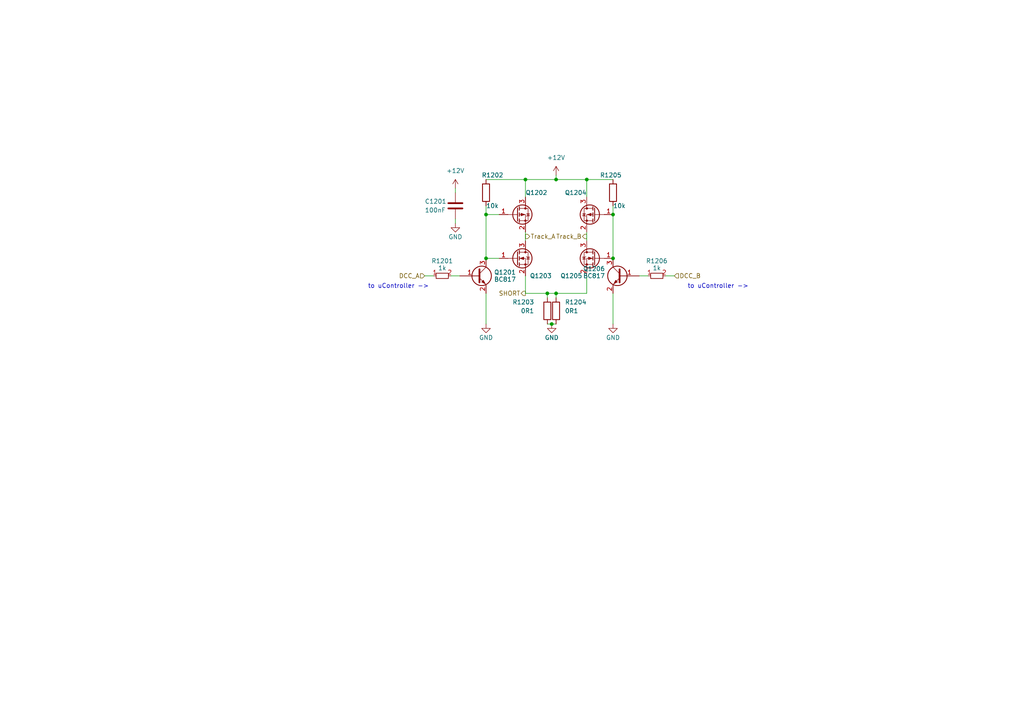
<source format=kicad_sch>
(kicad_sch (version 20230121) (generator eeschema)
  (paper "A4")
  (lib_symbols
    (symbol "Device:C" (pin_numbers hide) (pin_names (offset 0.254))
      (property "Reference" "C" (at 0.635 2.54 0))
      (property "Value" "C" (at 0.635 -2.54 0))
      (symbol "C_0_1"
        (polyline (pts (xy -2.032 -0.762) (xy 2.032 -0.762)) (stroke (width 0.508)))
        (polyline (pts (xy -2.032 0.762) (xy 2.032 0.762)) (stroke (width 0.508)))
      )
      (symbol "C_1_1"
        (pin passive line (at 0 3.81 270) (length 2.794) (name "~") (number "1"))
        (pin passive line (at 0 -3.81 90) (length 2.794) (name "~") (number "2"))
      )
    )
    (symbol "Device:R" (pin_numbers hide) (pin_names (offset 0))
      (property "Reference" "R" (at 2.032 0 90))
      (property "Value" "R" (at 0 0 90))
      (symbol "R_0_1"
        (rectangle (start -1.016 -2.54) (end 1.016 2.54) (stroke (width 0.254)))
      )
      (symbol "R_1_1"
        (pin passive line (at 0 3.81 270) (length 1.27) (name "~") (number "1"))
        (pin passive line (at 0 -3.81 90) (length 1.27) (name "~") (number "2"))
      )
    )
    (symbol "Transistor_FET:AO3400A" (pin_names hide)
      (property "Reference" "Q" (at 5.08 1.905 0))
      (property "Value" "AO3400A" (at 5.08 0 0))
      (symbol "AO3400A_0_1"
        (polyline (pts (xy 0.254 0) (xy -2.54 0)))
        (polyline (pts (xy 0.254 1.905) (xy 0.254 -1.905)) (stroke (width 0.254)))
        (polyline (pts (xy 0.762 -1.27) (xy 0.762 -2.286)) (stroke (width 0.254)))
        (polyline (pts (xy 0.762 0.508) (xy 0.762 -0.508)) (stroke (width 0.254)))
        (polyline (pts (xy 0.762 2.286) (xy 0.762 1.27)) (stroke (width 0.254)))
        (polyline (pts (xy 2.54 2.54) (xy 2.54 1.778)))
        (polyline (pts (xy 2.54 -2.54) (xy 2.54 0) (xy 0.762 0)))
        (polyline (pts (xy 0.762 -1.778) (xy 3.302 -1.778) (xy 3.302 1.778) (xy 0.762 1.778)))
        (polyline (pts (xy 1.016 0) (xy 2.032 0.381) (xy 2.032 -0.381) (xy 1.016 0)) (fill (type outline)))
        (polyline (pts (xy 2.794 0.508) (xy 2.921 0.381) (xy 3.683 0.381) (xy 3.81 0.254)))
        (polyline (pts (xy 3.302 0.381) (xy 2.921 -0.254) (xy 3.683 -0.254) (xy 3.302 0.381)))
        (circle (center 1.651 0) (radius 2.794) (stroke (width 0.254)))
        (circle (center 2.54 -1.778) (radius 0.254) (fill (type outline)))
        (circle (center 2.54 1.778) (radius 0.254) (fill (type outline)))
      )
      (symbol "AO3400A_1_1"
        (pin input line (at -5.08 0 0) (length 2.54) (name "G") (number "1"))
        (pin passive line (at 2.54 -5.08 90) (length 2.54) (name "S") (number "2"))
        (pin passive line (at 2.54 5.08 270) (length 2.54) (name "D") (number "3"))
      )
    )
    (symbol "Transistor_FET:AO3401A" (pin_names hide)
      (property "Reference" "Q" (at 5.08 1.905 0))
      (property "Value" "AO3401A" (at 5.08 0 0))
      (symbol "AO3401A_0_1"
        (polyline (pts (xy 0.254 0) (xy -2.54 0)))
        (polyline (pts (xy 0.254 1.905) (xy 0.254 -1.905)) (stroke (width 0.254)))
        (polyline (pts (xy 0.762 -1.27) (xy 0.762 -2.286)) (stroke (width 0.254)))
        (polyline (pts (xy 0.762 0.508) (xy 0.762 -0.508)) (stroke (width 0.254)))
        (polyline (pts (xy 0.762 2.286) (xy 0.762 1.27)) (stroke (width 0.254)))
        (polyline (pts (xy 2.54 2.54) (xy 2.54 1.778)))
        (polyline (pts (xy 2.54 -2.54) (xy 2.54 0) (xy 0.762 0)))
        (polyline (pts (xy 0.762 1.778) (xy 3.302 1.778) (xy 3.302 -1.778) (xy 0.762 -1.778)))
        (polyline (pts (xy 2.286 0) (xy 1.27 0.381) (xy 1.27 -0.381) (xy 2.286 0)) (fill (type outline)))
        (polyline (pts (xy 2.794 -0.508) (xy 2.921 -0.381) (xy 3.683 -0.381) (xy 3.81 -0.254)))
        (polyline (pts (xy 3.302 -0.381) (xy 2.921 0.254) (xy 3.683 0.254) (xy 3.302 -0.381)))
        (circle (center 1.651 0) (radius 2.794) (stroke (width 0.254)))
        (circle (center 2.54 -1.778) (radius 0.254) (fill (type outline)))
        (circle (center 2.54 1.778) (radius 0.254) (fill (type outline)))
      )
      (symbol "AO3401A_1_1"
        (pin input line (at -5.08 0 0) (length 2.54) (name "G") (number "1"))
        (pin passive line (at 2.54 -5.08 90) (length 2.54) (name "S") (number "2"))
        (pin passive line (at 2.54 5.08 270) (length 2.54) (name "D") (number "3"))
      )
    )
    (symbol "custom_kicad_lib_sk:BC847" (pin_names (offset 0) hide)
      (property "Reference" "Q" (at 5.08 1.905 0))
      (property "Value" "BC817" (at 5.08 0 0))
      (property "JLCPCB Part#" "C181140" (at 0 0 0))
      (symbol "BC847_0_1"
        (polyline (pts (xy 0.635 0.635) (xy 2.54 2.54)))
        (polyline (pts (xy 0.635 -0.635) (xy 2.54 -2.54) (xy 2.54 -2.54)))
        (polyline (pts (xy 0.635 1.905) (xy 0.635 -1.905) (xy 0.635 -1.905)) (stroke (width 0.508)))
        (polyline (pts (xy 1.27 -1.778) (xy 1.778 -1.27) (xy 2.286 -2.286) (xy 1.27 -1.778) (xy 1.27 -1.778)) (fill (type outline)))
        (circle (center 1.27 0) (radius 2.8194) (stroke (width 0.254)))
      )
      (symbol "BC847_1_1"
        (pin input line (at -5.08 0 0) (length 5.715) (name "B") (number "1"))
        (pin passive line (at 2.54 -5.08 90) (length 2.54) (name "E") (number "2"))
        (pin passive line (at 2.54 5.08 270) (length 2.54) (name "C") (number "3"))
      )
    )
    (symbol "power:+12V" (power) (pin_names (offset 0))
      (property "Value" "+12V" (at 0 3.556 0))
      (symbol "+12V_0_1"
        (polyline (pts (xy -0.762 1.27) (xy 0 2.54)))
        (polyline (pts (xy 0 0) (xy 0 2.54)))
        (polyline (pts (xy 0 2.54) (xy 0.762 1.27)))
      )
      (symbol "+12V_1_1"
        (pin power_in line (at 0 0 90) (length 0) hide (name "+12V") (number "1"))
      )
    )
    (symbol "power:GND" (power) (pin_names (offset 0))
      (property "Value" "GND" (at 0 -3.81 0))
      (symbol "GND_0_1"
        (polyline (pts (xy 0 0) (xy 0 -1.27) (xy 1.27 -1.27) (xy 0 -2.54) (xy -1.27 -1.27) (xy 0 -1.27)))
      )
      (symbol "GND_1_1"
        (pin power_in line (at 0 0 270) (length 0) hide (name "GND") (number "1"))
      )
    )
    (symbol "resistors_0603:R_1k_0603"
      (property "Reference" "R" (at 1.27 2.54 0))
      (property "Value" "1k" (at 2.54 -2.54 0))
      (symbol "R_1k_0603_0_1"
        (rectangle (start -0.762 1.778) (end 0.762 -1.778) (stroke (width 0.2032)))
      )
      (symbol "R_1k_0603_1_1"
        (pin passive line (at 0 2.54 270) (length 0.762) (name "~") (number "1"))
        (pin passive line (at 0 -2.54 90) (length 0.762) (name "~") (number "2"))
      )
    )
  )
  (junction (at 152.4 52.07))
  (junction (at 177.8 62.23))
  (junction (at 140.97 74.93))
  (junction (at 161.29 85.09))
  (junction (at 158.75 85.09))
  (junction (at 170.18 52.07))
  (junction (at 177.8 74.93))
  (junction (at 140.97 62.23))
  (junction (at 161.29 52.07))
  (junction (at 160.02 93.98))
  (wire (pts (xy 132.08 54.61) (xy 132.08 55.88)))
  (wire (pts (xy 132.08 63.5) (xy 132.08 64.77)))
  (wire (pts (xy 160.02 93.98) (xy 161.29 93.98)))
  (wire (pts (xy 130.81 80.01) (xy 133.35 80.01)))
  (wire (pts (xy 158.75 93.98) (xy 160.02 93.98)))
  (wire (pts (xy 170.18 57.15) (xy 170.18 52.07)))
  (wire (pts (xy 140.97 85.09) (xy 140.97 93.98)))
  (wire (pts (xy 177.8 62.23) (xy 177.8 74.93)))
  (wire (pts (xy 158.75 85.09) (xy 158.75 86.36)))
  (wire (pts (xy 170.18 80.01) (xy 170.18 85.09)))
  (wire (pts (xy 185.42 80.01) (xy 187.96 80.01)))
  (wire (pts (xy 152.4 85.09) (xy 158.75 85.09)))
  (wire (pts (xy 193.04 80.01) (xy 195.58 80.01)))
  (wire (pts (xy 144.78 74.93) (xy 140.97 74.93)))
  (wire (pts (xy 161.29 52.07) (xy 152.4 52.07)))
  (wire (pts (xy 140.97 59.69) (xy 140.97 62.23)))
  (wire (pts (xy 152.4 52.07) (xy 140.97 52.07)))
  (wire (pts (xy 152.4 52.07) (xy 152.4 57.15)))
  (wire (pts (xy 161.29 85.09) (xy 161.29 86.36)))
  (wire (pts (xy 161.29 85.09) (xy 170.18 85.09)))
  (wire (pts (xy 140.97 62.23) (xy 144.78 62.23)))
  (wire (pts (xy 161.29 50.8) (xy 161.29 52.07)))
  (wire (pts (xy 170.18 52.07) (xy 161.29 52.07)))
  (wire (pts (xy 123.19 80.01) (xy 125.73 80.01)))
  (wire (pts (xy 170.18 67.31) (xy 170.18 69.85)))
  (wire (pts (xy 177.8 85.09) (xy 177.8 93.98)))
  (wire (pts (xy 177.8 59.69) (xy 177.8 62.23)))
  (wire (pts (xy 152.4 80.01) (xy 152.4 85.09)))
  (wire (pts (xy 140.97 74.93) (xy 140.97 62.23)))
  (wire (pts (xy 152.4 67.31) (xy 152.4 69.85)))
  (wire (pts (xy 158.75 85.09) (xy 161.29 85.09)))
  (wire (pts (xy 170.18 52.07) (xy 177.8 52.07)))
  (text "to uController ->" (at 199.39 83.82 0) (effects (font (size 1.27 1.27)) (justify left bottom)))
  (text "to uController ->" (at 106.68 83.82 0) (effects (font (size 1.27 1.27)) (justify left bottom)))
  (hierarchical_label "Track_B" (shape output) (at 170.18 68.58 180))
  (hierarchical_label "Track_A" (shape output) (at 152.4 68.58 0))
  (hierarchical_label "SHORT" (shape output) (at 152.4 85.09 180))
  (hierarchical_label "DCC_A" (shape input) (at 123.19 80.01 180))
  (hierarchical_label "DCC_B" (shape input) (at 195.58 80.01 0))
  (symbol (lib_id "Device:C") (at 132.08 59.69 180) (unit 1)
    (property "Reference" "C1201" (at 123.19 58.4231 0) (effects (justify right)))
    (property "Value" "100nF" (at 123.19 60.96 0) (effects (justify right)))
    (property "Footprint" "Capacitor_SMD:C_0603_1608Metric_Pad1.08x0.95mm_HandSolder" (effects hide))
    (property "JLCPCB Part#" "C14663" (effects hide))
    (instances (project "relayManager" (path "" (reference "C1201") (unit 1))) (project "booster" (path "" (reference "C501") (unit 1))))
  )
  (symbol (lib_id "Device:R") (at 140.97 55.88 0) (unit 1)
    (property "Reference" "R1202" (at 139.7 50.8 0) (effects (justify left)))
    (property "Value" "10k" (at 140.97 59.69 0) (effects (justify left)))
    (property "Footprint" "Resistor_SMD:R_0603_1608Metric" (effects hide))
    (instances (project "relayManager" (path "" (reference "R1202") (unit 1))) (project "booster" (path "" (reference "R401") (unit 1))))
  )
  (symbol (lib_id "custom_kicad_lib_sk:BC847") (at 180.34 80.01 0) (mirror y) (unit 1)
    (property "Reference" "Q1206" (at 175.4886 77.962 0) (effects (justify left)))
    (property "Value" "BC817" (at 175.4886 80.01 0) (effects (justify left)))
    (property "Footprint" "Package_TO_SOT_SMD:SOT-23" (effects hide))
    (property "Datasheet" "https://www.onsemi.com/pub/Collateral/BC818-D.pdf" (effects hide))
    (property "JLCPCB Part#" "C181140" (effects hide))
  )
  (symbol (lib_id "Transistor_FET:AO3400A") (at 172.72 74.93 0) (mirror y) (unit 1)
    (property "Reference" "Q1205" (at 168.91 80.01 0) (effects (justify left)))
    (property "Value" "N-channel" (effects hide))
    (property "Footprint" "Package_TO_SOT_SMD:SOT-23" (effects hide))
    (property "Datasheet" "http://www.aosmd.com/pdfs/datasheet/AO3400A.pdf" (effects hide))
    (instances (project "relayManager" (path "" (reference "Q1205") (unit 1))) (project "booster" (path "" (reference "Q404") (unit 1))))
  )
  (symbol (lib_id "power:GND") (at 160.02 93.98 0) (unit 1)
    (property "Reference" "#PWR01203" (effects hide))
    (property "Value" "GND" (at 160.02 97.925 0))
  )
  (symbol (lib_id "resistors_0603:R_1k_0603") (at 190.5 80.01 90) (unit 1)
    (property "Reference" "R1206" (at 190.5 75.6934 90))
    (property "Value" "1k" (at 190.5 77.7414 90))
    (property "Footprint" "custom_kicad_lib_sk:R_0603_smalltext" (effects hide))
    (property "JLCPCB Part#" "C21190" (effects hide))
  )
  (symbol (lib_id "Transistor_FET:AO3401A") (at 172.72 62.23 0) (mirror y) (unit 1)
    (property "Reference" "Q1204" (at 170.18 55.88 0) (effects (justify left)))
    (property "Value" "P-channel" (effects hide))
    (property "Footprint" "Package_TO_SOT_SMD:SOT-23" (effects hide))
    (property "Datasheet" "http://www.aosmd.com/pdfs/datasheet/AO3401A.pdf" (effects hide))
    (instances (project "relayManager" (path "" (reference "Q1204") (unit 1))) (project "booster" (path "" (reference "Q403") (unit 1))))
  )
  (symbol (lib_id "Device:R") (at 158.75 90.17 180) (unit 1)
    (property "Reference" "R1203" (at 154.94 87.63 0) (effects (justify left)))
    (property "Value" "0R1" (at 154.94 90.17 0) (effects (justify left)))
    (property "Footprint" "Resistor_SMD:R_0805_2012Metric_Pad1.20x1.40mm_HandSolder" (effects hide))
    (property "JLCPCB Part#" "C25334" (effects hide))
    (instances (project "relayManager" (path "" (reference "R1203") (unit 1))) (project "general_schematics" (path "" (reference "R50") (unit 1))))
  )
  (symbol (lib_id "Transistor_FET:AO3400A") (at 149.86 74.93 0) (unit 1)
    (property "Reference" "Q1203" (at 153.67 80.01 0) (effects (justify left)))
    (property "Value" "N-Channel" (effects hide))
    (property "Footprint" "Package_TO_SOT_SMD:SOT-23" (effects hide))
    (property "Datasheet" "http://www.aosmd.com/pdfs/datasheet/AO3400A.pdf" (effects hide))
    (instances (project "relayManager" (path "" (reference "Q1203") (unit 1))) (project "booster" (path "" (reference "Q402") (unit 1))))
  )
  (symbol (lib_id "power:GND") (at 132.08 64.77 0) (unit 1)
    (property "Reference" "#PWR01202" (effects hide))
    (property "Value" "GND" (at 132.08 68.715 0))
  )
  (symbol (lib_id "power:+12V") (at 132.08 54.61 0) (unit 1)
    (property "Reference" "#PWR0101" (effects hide))
    (property "Value" "+12V" (at 132.08 49.53 0))
    (instances (project "relayManager" (path "" (reference "#PWR0101") (unit 1)) (path "" (reference "#PWR01201") (unit 1))))
  )
  (symbol (lib_id "resistors_0603:R_1k_0603") (at 128.27 80.01 90) (unit 1)
    (property "Reference" "R1201" (at 128.27 75.6934 90))
    (property "Value" "1k" (at 128.27 77.7414 90))
    (property "Footprint" "custom_kicad_lib_sk:R_0603_smalltext" (effects hide))
    (property "JLCPCB Part#" "C21190" (effects hide))
  )
  (symbol (lib_id "Transistor_FET:AO3401A") (at 149.86 62.23 0) (unit 1)
    (property "Reference" "Q1202" (at 152.4 55.88 0) (effects (justify left)))
    (property "Value" "P-channel" (effects hide))
    (property "Footprint" "Package_TO_SOT_SMD:SOT-23" (effects hide))
    (property "Datasheet" "http://www.aosmd.com/pdfs/datasheet/AO3401A.pdf" (effects hide))
    (instances (project "relayManager" (path "" (reference "Q1202") (unit 1))) (project "booster" (path "" (reference "Q401") (unit 1))))
  )
  (symbol (lib_id "power:GND") (at 140.97 93.98 0) (unit 1)
    (property "Reference" "#PWR01205" (effects hide))
    (property "Value" "GND" (at 140.97 97.925 0))
  )
  (symbol (lib_id "power:GND") (at 177.8 93.98 0) (unit 1)
    (property "Reference" "#PWR01206" (effects hide))
    (property "Value" "GND" (at 177.8 97.925 0))
  )
  (symbol (lib_id "custom_kicad_lib_sk:BC847") (at 138.43 80.01 0) (unit 1)
    (property "Reference" "Q1201" (at 143.2814 78.986 0) (effects (justify left)))
    (property "Value" "BC817" (at 143.2814 81.034 0) (effects (justify left)))
    (property "Footprint" "Package_TO_SOT_SMD:SOT-23" (effects hide))
    (property "Datasheet" "https://www.onsemi.com/pub/Collateral/BC818-D.pdf" (effects hide))
    (property "JLCPCB Part#" "C181140" (effects hide))
  )
  (symbol (lib_id "Device:R") (at 161.29 90.17 0) (unit 1)
    (property "Reference" "R1204" (at 163.83 87.63 0) (effects (justify left)))
    (property "Value" "0R1" (at 163.83 90.17 0) (effects (justify left)))
    (property "Footprint" "Resistor_SMD:R_0805_2012Metric_Pad1.20x1.40mm_HandSolder" (effects hide))
    (property "JLCPCB Part#" "C25334" (effects hide))
    (instances (project "relayManager" (path "" (reference "R1204") (unit 1))) (project "general_schematics" (path "" (reference "R50") (unit 1))))
  )
  (symbol (lib_id "Device:R") (at 177.8 55.88 0) (unit 1)
    (property "Reference" "R1205" (at 173.99 50.8 0) (effects (justify left)))
    (property "Value" "10k" (at 177.8 59.69 0) (effects (justify left)))
    (property "Footprint" "Resistor_SMD:R_0603_1608Metric" (effects hide))
    (instances (project "relayManager" (path "" (reference "R1205") (unit 1))) (project "booster" (path "" (reference "R402") (unit 1))))
  )
  (symbol (lib_id "power:+12V") (at 161.29 50.8 0) (unit 1)
    (property "Reference" "#PWR0101" (effects hide))
    (property "Value" "+12V" (at 161.29 45.72 0))
    (instances (project "relayManager" (path "" (reference "#PWR0101") (unit 1)) (path "" (reference "#PWR01204") (unit 1))))
  )
)
</source>
